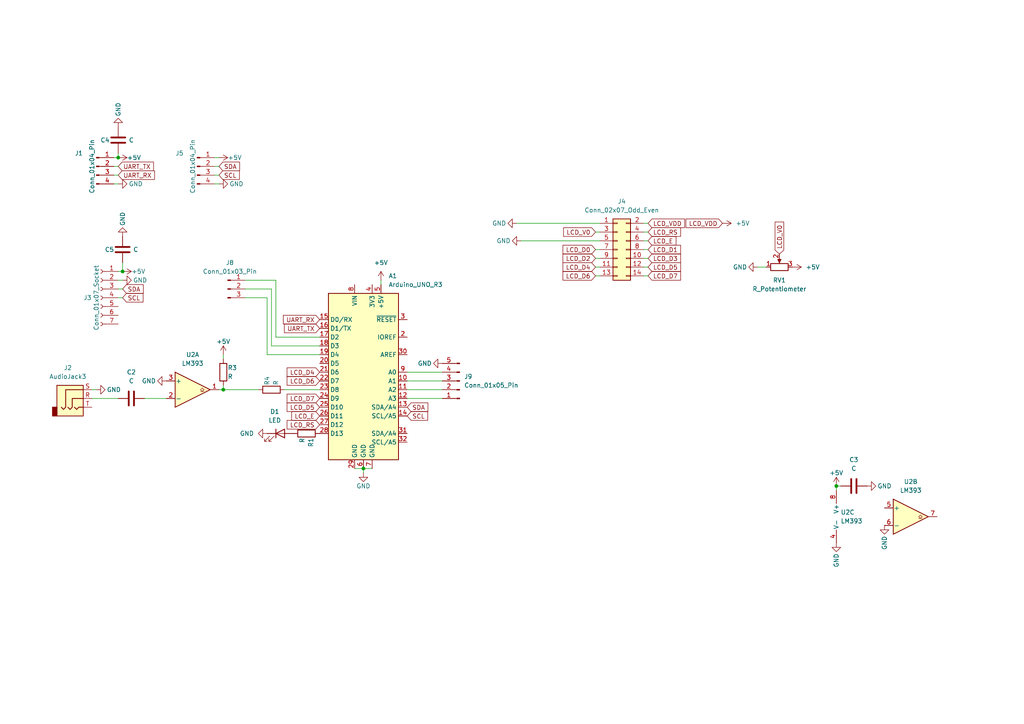
<source format=kicad_sch>
(kicad_sch (version 20230121) (generator eeschema)
  (paper "A4")
  (lib_symbols
    (symbol "Comparator:LM393" (pin_names (offset 0.127))
      (property "Reference" "U" (at 3.81 3.81 0))
      (property "Value" "LM393" (at 6.35 -3.81 0))
      (symbol "LM393_1_1"
        (polyline (pts (xy -5.08 5.08) (xy 5.08 0) (xy -5.08 -5.08) (xy -5.08 5.08)) (stroke (width 0.254)) (fill (type background)))
        (polyline (pts (xy 3.302 -0.508) (xy 2.794 -0.508) (xy 3.302 0) (xy 2.794 0.508) (xy 2.286 0) (xy 2.794 -0.508) (xy 2.286 -0.508)) (stroke (width 0.127)))
        (pin open_collector line (at 7.62 0 180) (length 2.54) (name "~") (number "1"))
        (pin input line (at -7.62 -2.54 0) (length 2.54) (name "-") (number "2"))
        (pin input line (at -7.62 2.54 0) (length 2.54) (name "+") (number "3"))
      )
      (symbol "LM393_2_1"
        (polyline (pts (xy -5.08 5.08) (xy 5.08 0) (xy -5.08 -5.08) (xy -5.08 5.08)) (stroke (width 0.254)) (fill (type background)))
        (polyline (pts (xy 3.302 -0.508) (xy 2.794 -0.508) (xy 3.302 0) (xy 2.794 0.508) (xy 2.286 0) (xy 2.794 -0.508) (xy 2.286 -0.508)) (stroke (width 0.127)))
        (pin input line (at -7.62 2.54 0) (length 2.54) (name "+") (number "5"))
        (pin input line (at -7.62 -2.54 0) (length 2.54) (name "-") (number "6"))
        (pin open_collector line (at 7.62 0 180) (length 2.54) (name "~") (number "7"))
      )
      (symbol "LM393_3_1"
        (pin power_in line (at -2.54 -7.62 90) (length 3.81) (name "V-") (number "4"))
        (pin power_in line (at -2.54 7.62 270) (length 3.81) (name "V+") (number "8"))
      )
    )
    (symbol "Connector:Conn_01x03_Pin" (pin_names (offset 1.016) hide)
      (property "Reference" "J" (at 0 5.08 0))
      (property "Value" "Conn_01x03_Pin" (at 0 -5.08 0))
      (symbol "Conn_01x03_Pin_1_1"
        (polyline (pts (xy 1.27 -2.54) (xy 0.8636 -2.54)) (stroke (width 0.1524)))
        (polyline (pts (xy 1.27 0) (xy 0.8636 0)) (stroke (width 0.1524)))
        (polyline (pts (xy 1.27 2.54) (xy 0.8636 2.54)) (stroke (width 0.1524)))
        (rectangle (start 0.8636 -2.413) (end 0 -2.667) (stroke (width 0.1524)) (fill (type outline)))
        (rectangle (start 0.8636 0.127) (end 0 -0.127) (stroke (width 0.1524)) (fill (type outline)))
        (rectangle (start 0.8636 2.667) (end 0 2.413) (stroke (width 0.1524)) (fill (type outline)))
        (pin passive line (at 5.08 2.54 180) (length 3.81) (name "Pin_1") (number "1"))
        (pin passive line (at 5.08 0 180) (length 3.81) (name "Pin_2") (number "2"))
        (pin passive line (at 5.08 -2.54 180) (length 3.81) (name "Pin_3") (number "3"))
      )
    )
    (symbol "Connector:Conn_01x04_Pin" (pin_names (offset 1.016) hide)
      (property "Reference" "J" (at 0 5.08 0))
      (property "Value" "Conn_01x04_Pin" (at 0 -7.62 0))
      (symbol "Conn_01x04_Pin_1_1"
        (polyline (pts (xy 1.27 -5.08) (xy 0.8636 -5.08)) (stroke (width 0.1524)))
        (polyline (pts (xy 1.27 -2.54) (xy 0.8636 -2.54)) (stroke (width 0.1524)))
        (polyline (pts (xy 1.27 0) (xy 0.8636 0)) (stroke (width 0.1524)))
        (polyline (pts (xy 1.27 2.54) (xy 0.8636 2.54)) (stroke (width 0.1524)))
        (rectangle (start 0.8636 -4.953) (end 0 -5.207) (stroke (width 0.1524)) (fill (type outline)))
        (rectangle (start 0.8636 -2.413) (end 0 -2.667) (stroke (width 0.1524)) (fill (type outline)))
        (rectangle (start 0.8636 0.127) (end 0 -0.127) (stroke (width 0.1524)) (fill (type outline)))
        (rectangle (start 0.8636 2.667) (end 0 2.413) (stroke (width 0.1524)) (fill (type outline)))
        (pin passive line (at 5.08 2.54 180) (length 3.81) (name "Pin_1") (number "1"))
        (pin passive line (at 5.08 0 180) (length 3.81) (name "Pin_2") (number "2"))
        (pin passive line (at 5.08 -2.54 180) (length 3.81) (name "Pin_3") (number "3"))
        (pin passive line (at 5.08 -5.08 180) (length 3.81) (name "Pin_4") (number "4"))
      )
    )
    (symbol "Connector:Conn_01x05_Pin" (pin_names (offset 1.016) hide)
      (property "Reference" "J" (at 0 7.62 0))
      (property "Value" "Conn_01x05_Pin" (at 0 -7.62 0))
      (symbol "Conn_01x05_Pin_1_1"
        (polyline (pts (xy 1.27 -5.08) (xy 0.8636 -5.08)) (stroke (width 0.1524)))
        (polyline (pts (xy 1.27 -2.54) (xy 0.8636 -2.54)) (stroke (width 0.1524)))
        (polyline (pts (xy 1.27 0) (xy 0.8636 0)) (stroke (width 0.1524)))
        (polyline (pts (xy 1.27 2.54) (xy 0.8636 2.54)) (stroke (width 0.1524)))
        (polyline (pts (xy 1.27 5.08) (xy 0.8636 5.08)) (stroke (width 0.1524)))
        (rectangle (start 0.8636 -4.953) (end 0 -5.207) (stroke (width 0.1524)) (fill (type outline)))
        (rectangle (start 0.8636 -2.413) (end 0 -2.667) (stroke (width 0.1524)) (fill (type outline)))
        (rectangle (start 0.8636 0.127) (end 0 -0.127) (stroke (width 0.1524)) (fill (type outline)))
        (rectangle (start 0.8636 2.667) (end 0 2.413) (stroke (width 0.1524)) (fill (type outline)))
        (rectangle (start 0.8636 5.207) (end 0 4.953) (stroke (width 0.1524)) (fill (type outline)))
        (pin passive line (at 5.08 5.08 180) (length 3.81) (name "Pin_1") (number "1"))
        (pin passive line (at 5.08 2.54 180) (length 3.81) (name "Pin_2") (number "2"))
        (pin passive line (at 5.08 0 180) (length 3.81) (name "Pin_3") (number "3"))
        (pin passive line (at 5.08 -2.54 180) (length 3.81) (name "Pin_4") (number "4"))
        (pin passive line (at 5.08 -5.08 180) (length 3.81) (name "Pin_5") (number "5"))
      )
    )
    (symbol "Connector:Conn_01x07_Socket" (pin_names (offset 1.016) hide)
      (property "Reference" "J" (at 0 10.16 0))
      (property "Value" "Conn_01x07_Socket" (at 0 -10.16 0))
      (symbol "Conn_01x07_Socket_1_1"
        (arc (start 0 -7.112) (mid -0.5058 -7.62) (end 0 -8.128) (stroke (width 0.1524)))
        (arc (start 0 -4.572) (mid -0.5058 -5.08) (end 0 -5.588) (stroke (width 0.1524)))
        (arc (start 0 -2.032) (mid -0.5058 -2.54) (end 0 -3.048) (stroke (width 0.1524)))
        (polyline (pts (xy -1.27 -7.62) (xy -0.508 -7.62)) (stroke (width 0.1524)))
        (polyline (pts (xy -1.27 -5.08) (xy -0.508 -5.08)) (stroke (width 0.1524)))
        (polyline (pts (xy -1.27 -2.54) (xy -0.508 -2.54)) (stroke (width 0.1524)))
        (polyline (pts (xy -1.27 0) (xy -0.508 0)) (stroke (width 0.1524)))
        (polyline (pts (xy -1.27 2.54) (xy -0.508 2.54)) (stroke (width 0.1524)))
        (polyline (pts (xy -1.27 5.08) (xy -0.508 5.08)) (stroke (width 0.1524)))
        (polyline (pts (xy -1.27 7.62) (xy -0.508 7.62)) (stroke (width 0.1524)))
        (arc (start 0 0.508) (mid -0.5058 0) (end 0 -0.508) (stroke (width 0.1524)))
        (arc (start 0 3.048) (mid -0.5058 2.54) (end 0 2.032) (stroke (width 0.1524)))
        (arc (start 0 5.588) (mid -0.5058 5.08) (end 0 4.572) (stroke (width 0.1524)))
        (arc (start 0 8.128) (mid -0.5058 7.62) (end 0 7.112) (stroke (width 0.1524)))
        (pin passive line (at -5.08 7.62 0) (length 3.81) (name "Pin_1") (number "1"))
        (pin passive line (at -5.08 5.08 0) (length 3.81) (name "Pin_2") (number "2"))
        (pin passive line (at -5.08 2.54 0) (length 3.81) (name "Pin_3") (number "3"))
        (pin passive line (at -5.08 0 0) (length 3.81) (name "Pin_4") (number "4"))
        (pin passive line (at -5.08 -2.54 0) (length 3.81) (name "Pin_5") (number "5"))
        (pin passive line (at -5.08 -5.08 0) (length 3.81) (name "Pin_6") (number "6"))
        (pin passive line (at -5.08 -7.62 0) (length 3.81) (name "Pin_7") (number "7"))
      )
    )
    (symbol "Connector_Audio:AudioJack3"
      (property "Reference" "J" (at 0 8.89 0))
      (property "Value" "AudioJack3" (at 0 6.35 0))
      (symbol "AudioJack3_0_1"
        (rectangle (start -5.08 -5.08) (end -6.35 -2.54) (stroke (width 0.254)) (fill (type outline)))
        (polyline (pts (xy 0 -2.54) (xy 0.635 -3.175) (xy 1.27 -2.54) (xy 2.54 -2.54)) (stroke (width 0.254)))
        (polyline (pts (xy -1.905 -2.54) (xy -1.27 -3.175) (xy -0.635 -2.54) (xy -0.635 0) (xy 2.54 0)) (stroke (width 0.254)))
        (polyline (pts (xy 2.54 2.54) (xy -2.54 2.54) (xy -2.54 -2.54) (xy -3.175 -3.175) (xy -3.81 -2.54)) (stroke (width 0.254)))
        (rectangle (start 2.54 3.81) (end -5.08 -5.08) (stroke (width 0.254)) (fill (type background)))
      )
      (symbol "AudioJack3_1_1"
        (pin passive line (at 5.08 0 180) (length 2.54) (name "~") (number "R"))
        (pin passive line (at 5.08 2.54 180) (length 2.54) (name "~") (number "S"))
        (pin passive line (at 5.08 -2.54 180) (length 2.54) (name "~") (number "T"))
      )
    )
    (symbol "Connector_Generic:Conn_02x07_Odd_Even" (pin_names (offset 1.016) hide)
      (property "Reference" "J" (at 1.27 10.16 0))
      (property "Value" "Conn_02x07_Odd_Even" (at 1.27 -10.16 0))
      (symbol "Conn_02x07_Odd_Even_1_1"
        (rectangle (start -1.27 -7.493) (end 0 -7.747) (stroke (width 0.1524)))
        (rectangle (start -1.27 -4.953) (end 0 -5.207) (stroke (width 0.1524)))
        (rectangle (start -1.27 -2.413) (end 0 -2.667) (stroke (width 0.1524)))
        (rectangle (start -1.27 0.127) (end 0 -0.127) (stroke (width 0.1524)))
        (rectangle (start -1.27 2.667) (end 0 2.413) (stroke (width 0.1524)))
        (rectangle (start -1.27 5.207) (end 0 4.953) (stroke (width 0.1524)))
        (rectangle (start -1.27 7.747) (end 0 7.493) (stroke (width 0.1524)))
        (rectangle (start -1.27 8.89) (end 3.81 -8.89) (stroke (width 0.254)) (fill (type background)))
        (rectangle (start 3.81 -7.493) (end 2.54 -7.747) (stroke (width 0.1524)))
        (rectangle (start 3.81 -4.953) (end 2.54 -5.207) (stroke (width 0.1524)))
        (rectangle (start 3.81 -2.413) (end 2.54 -2.667) (stroke (width 0.1524)))
        (rectangle (start 3.81 0.127) (end 2.54 -0.127) (stroke (width 0.1524)))
        (rectangle (start 3.81 2.667) (end 2.54 2.413) (stroke (width 0.1524)))
        (rectangle (start 3.81 5.207) (end 2.54 4.953) (stroke (width 0.1524)))
        (rectangle (start 3.81 7.747) (end 2.54 7.493) (stroke (width 0.1524)))
        (pin passive line (at -5.08 7.62 0) (length 3.81) (name "Pin_1") (number "1"))
        (pin passive line (at 7.62 -2.54 180) (length 3.81) (name "Pin_10") (number "10"))
        (pin passive line (at -5.08 -5.08 0) (length 3.81) (name "Pin_11") (number "11"))
        (pin passive line (at 7.62 -5.08 180) (length 3.81) (name "Pin_12") (number "12"))
        (pin passive line (at -5.08 -7.62 0) (length 3.81) (name "Pin_13") (number "13"))
        (pin passive line (at 7.62 -7.62 180) (length 3.81) (name "Pin_14") (number "14"))
        (pin passive line (at 7.62 7.62 180) (length 3.81) (name "Pin_2") (number "2"))
        (pin passive line (at -5.08 5.08 0) (length 3.81) (name "Pin_3") (number "3"))
        (pin passive line (at 7.62 5.08 180) (length 3.81) (name "Pin_4") (number "4"))
        (pin passive line (at -5.08 2.54 0) (length 3.81) (name "Pin_5") (number "5"))
        (pin passive line (at 7.62 2.54 180) (length 3.81) (name "Pin_6") (number "6"))
        (pin passive line (at -5.08 0 0) (length 3.81) (name "Pin_7") (number "7"))
        (pin passive line (at 7.62 0 180) (length 3.81) (name "Pin_8") (number "8"))
        (pin passive line (at -5.08 -2.54 0) (length 3.81) (name "Pin_9") (number "9"))
      )
    )
    (symbol "Device:C" (pin_numbers hide) (pin_names (offset 0.254))
      (property "Reference" "C" (at 0.635 2.54 0))
      (property "Value" "C" (at 0.635 -2.54 0))
      (symbol "C_0_1"
        (polyline (pts (xy -2.032 -0.762) (xy 2.032 -0.762)) (stroke (width 0.508)))
        (polyline (pts (xy -2.032 0.762) (xy 2.032 0.762)) (stroke (width 0.508)))
      )
      (symbol "C_1_1"
        (pin passive line (at 0 3.81 270) (length 2.794) (name "~") (number "1"))
        (pin passive line (at 0 -3.81 90) (length 2.794) (name "~") (number "2"))
      )
    )
    (symbol "Device:LED" (pin_numbers hide) (pin_names (offset 1.016) hide)
      (property "Reference" "D" (at 0 2.54 0))
      (property "Value" "LED" (at 0 -2.54 0))
      (symbol "LED_0_1"
        (polyline (pts (xy -1.27 -1.27) (xy -1.27 1.27)) (stroke (width 0.254)))
        (polyline (pts (xy -1.27 0) (xy 1.27 0)))
        (polyline (pts (xy 1.27 -1.27) (xy 1.27 1.27) (xy -1.27 0) (xy 1.27 -1.27)) (stroke (width 0.254)))
        (polyline (pts (xy -3.048 -0.762) (xy -4.572 -2.286) (xy -3.81 -2.286) (xy -4.572 -2.286) (xy -4.572 -1.524)))
        (polyline (pts (xy -1.778 -0.762) (xy -3.302 -2.286) (xy -2.54 -2.286) (xy -3.302 -2.286) (xy -3.302 -1.524)))
      )
      (symbol "LED_1_1"
        (pin passive line (at -3.81 0 0) (length 2.54) (name "K") (number "1"))
        (pin passive line (at 3.81 0 180) (length 2.54) (name "A") (number "2"))
      )
    )
    (symbol "Device:R" (pin_numbers hide) (pin_names (offset 0))
      (property "Reference" "R" (at 2.032 0 90))
      (property "Value" "R" (at 0 0 90))
      (symbol "R_0_1"
        (rectangle (start -1.016 -2.54) (end 1.016 2.54) (stroke (width 0.254)))
      )
      (symbol "R_1_1"
        (pin passive line (at 0 3.81 270) (length 1.27) (name "~") (number "1"))
        (pin passive line (at 0 -3.81 90) (length 1.27) (name "~") (number "2"))
      )
    )
    (symbol "Device:R_Potentiometer" (pin_names (offset 1.016) hide)
      (property "Reference" "RV" (at -4.445 0 90))
      (property "Value" "R_Potentiometer" (at -2.54 0 90))
      (symbol "R_Potentiometer_0_1"
        (polyline (pts (xy 2.54 0) (xy 1.524 0)))
        (polyline (pts (xy 1.143 0) (xy 2.286 0.508) (xy 2.286 -0.508) (xy 1.143 0)) (fill (type outline)))
        (rectangle (start 1.016 2.54) (end -1.016 -2.54) (stroke (width 0.254)))
      )
      (symbol "R_Potentiometer_1_1"
        (pin passive line (at 0 3.81 270) (length 1.27) (name "1") (number "1"))
        (pin passive line (at 3.81 0 180) (length 1.27) (name "2") (number "2"))
        (pin passive line (at 0 -3.81 90) (length 1.27) (name "3") (number "3"))
      )
    )
    (symbol "MCU_Module:Arduino_UNO_R3"
      (property "Reference" "A" (at -10.16 23.495 0))
      (property "Value" "Arduino_UNO_R3" (at 5.08 -26.67 0))
      (symbol "Arduino_UNO_R3_0_1"
        (rectangle (start -10.16 22.86) (end 10.16 -25.4) (stroke (width 0.254)) (fill (type background)))
      )
      (symbol "Arduino_UNO_R3_1_1"
        (pin no_connect line (at -10.16 -20.32 0) (length 2.54) hide (name "NC") (number "1"))
        (pin bidirectional line (at 12.7 -2.54 180) (length 2.54) (name "A1") (number "10"))
        (pin bidirectional line (at 12.7 -5.08 180) (length 2.54) (name "A2") (number "11"))
        (pin bidirectional line (at 12.7 -7.62 180) (length 2.54) (name "A3") (number "12"))
        (pin bidirectional line (at 12.7 -10.16 180) (length 2.54) (name "SDA/A4") (number "13"))
        (pin bidirectional line (at 12.7 -12.7 180) (length 2.54) (name "SCL/A5") (number "14"))
        (pin bidirectional line (at -12.7 15.24 0) (length 2.54) (name "D0/RX") (number "15"))
        (pin bidirectional line (at -12.7 12.7 0) (length 2.54) (name "D1/TX") (number "16"))
        (pin bidirectional line (at -12.7 10.16 0) (length 2.54) (name "D2") (number "17"))
        (pin bidirectional line (at -12.7 7.62 0) (length 2.54) (name "D3") (number "18"))
        (pin bidirectional line (at -12.7 5.08 0) (length 2.54) (name "D4") (number "19"))
        (pin output line (at 12.7 10.16 180) (length 2.54) (name "IOREF") (number "2"))
        (pin bidirectional line (at -12.7 2.54 0) (length 2.54) (name "D5") (number "20"))
        (pin bidirectional line (at -12.7 0 0) (length 2.54) (name "D6") (number "21"))
        (pin bidirectional line (at -12.7 -2.54 0) (length 2.54) (name "D7") (number "22"))
        (pin bidirectional line (at -12.7 -5.08 0) (length 2.54) (name "D8") (number "23"))
        (pin bidirectional line (at -12.7 -7.62 0) (length 2.54) (name "D9") (number "24"))
        (pin bidirectional line (at -12.7 -10.16 0) (length 2.54) (name "D10") (number "25"))
        (pin bidirectional line (at -12.7 -12.7 0) (length 2.54) (name "D11") (number "26"))
        (pin bidirectional line (at -12.7 -15.24 0) (length 2.54) (name "D12") (number "27"))
        (pin bidirectional line (at -12.7 -17.78 0) (length 2.54) (name "D13") (number "28"))
        (pin power_in line (at -2.54 -27.94 90) (length 2.54) (name "GND") (number "29"))
        (pin input line (at 12.7 15.24 180) (length 2.54) (name "~{RESET}") (number "3"))
        (pin input line (at 12.7 5.08 180) (length 2.54) (name "AREF") (number "30"))
        (pin bidirectional line (at 12.7 -17.78 180) (length 2.54) (name "SDA/A4") (number "31"))
        (pin bidirectional line (at 12.7 -20.32 180) (length 2.54) (name "SCL/A5") (number "32"))
        (pin power_out line (at 2.54 25.4 270) (length 2.54) (name "3V3") (number "4"))
        (pin power_out line (at 5.08 25.4 270) (length 2.54) (name "+5V") (number "5"))
        (pin power_in line (at 0 -27.94 90) (length 2.54) (name "GND") (number "6"))
        (pin power_in line (at 2.54 -27.94 90) (length 2.54) (name "GND") (number "7"))
        (pin power_in line (at -2.54 25.4 270) (length 2.54) (name "VIN") (number "8"))
        (pin bidirectional line (at 12.7 0 180) (length 2.54) (name "A0") (number "9"))
      )
    )
    (symbol "power:+5V" (power) (pin_names (offset 0))
      (property "Value" "+5V" (at 0 3.556 0))
      (symbol "+5V_0_1"
        (polyline (pts (xy -0.762 1.27) (xy 0 2.54)))
        (polyline (pts (xy 0 0) (xy 0 2.54)))
        (polyline (pts (xy 0 2.54) (xy 0.762 1.27)))
      )
      (symbol "+5V_1_1"
        (pin power_in line (at 0 0 90) (length 0) hide (name "+5V") (number "1"))
      )
    )
    (symbol "power:GND" (power) (pin_names (offset 0))
      (property "Value" "GND" (at 0 -3.81 0))
      (symbol "GND_0_1"
        (polyline (pts (xy 0 0) (xy 0 -1.27) (xy 1.27 -1.27) (xy 0 -2.54) (xy -1.27 -1.27) (xy 0 -1.27)))
      )
      (symbol "GND_1_1"
        (pin power_in line (at 0 0 270) (length 0) hide (name "GND") (number "1"))
      )
    )
  )
  (junction (at 242.57 140.97))
  (junction (at 105.41 135.89))
  (junction (at 35.56 78.74))
  (junction (at 34.29 45.72))
  (junction (at 64.77 113.03))
  (wire (pts (xy 33.02 50.8) (xy 34.29 50.8)))
  (wire (pts (xy 151.13 69.85) (xy 173.99 69.85)))
  (wire (pts (xy 78.74 83.82) (xy 78.74 100.33)))
  (wire (pts (xy 33.02 53.34) (xy 34.29 53.34)))
  (wire (pts (xy 118.11 110.49) (xy 128.27 110.49)))
  (wire (pts (xy 105.41 135.89) (xy 107.95 135.89)))
  (wire (pts (xy 71.12 83.82) (xy 78.74 83.82)))
  (wire (pts (xy 63.5 113.03) (xy 64.77 113.03)))
  (wire (pts (xy 34.29 78.74) (xy 35.56 78.74)))
  (wire (pts (xy 243.84 140.97) (xy 242.57 140.97)))
  (wire (pts (xy 187.96 64.77) (xy 186.69 64.77)))
  (wire (pts (xy 62.23 48.26) (xy 63.5 48.26)))
  (wire (pts (xy 33.02 48.26) (xy 34.29 48.26)))
  (wire (pts (xy 102.87 135.89) (xy 105.41 135.89)))
  (wire (pts (xy 187.96 74.93) (xy 186.69 74.93)))
  (wire (pts (xy 105.41 135.89) (xy 105.41 137.16)))
  (wire (pts (xy 35.56 76.2) (xy 35.56 78.74)))
  (wire (pts (xy 118.11 113.03) (xy 128.27 113.03)))
  (wire (pts (xy 82.55 113.03) (xy 92.71 113.03)))
  (wire (pts (xy 33.02 45.72) (xy 34.29 45.72)))
  (wire (pts (xy 64.77 113.03) (xy 74.93 113.03)))
  (wire (pts (xy 34.29 81.28) (xy 35.56 81.28)))
  (wire (pts (xy 80.01 97.79) (xy 80.01 81.28)))
  (wire (pts (xy 187.96 80.01) (xy 186.69 80.01)))
  (wire (pts (xy 173.99 77.47) (xy 172.72 77.47)))
  (wire (pts (xy 118.11 107.95) (xy 128.27 107.95)))
  (wire (pts (xy 173.99 74.93) (xy 172.72 74.93)))
  (wire (pts (xy 27.94 113.03) (xy 26.67 113.03)))
  (wire (pts (xy 77.47 102.87) (xy 77.47 86.36)))
  (wire (pts (xy 34.29 44.45) (xy 34.29 45.72)))
  (wire (pts (xy 242.57 140.97) (xy 242.57 142.24)))
  (wire (pts (xy 187.96 67.31) (xy 186.69 67.31)))
  (wire (pts (xy 187.96 69.85) (xy 186.69 69.85)))
  (wire (pts (xy 173.99 80.01) (xy 172.72 80.01)))
  (wire (pts (xy 92.71 97.79) (xy 80.01 97.79)))
  (wire (pts (xy 78.74 100.33) (xy 92.71 100.33)))
  (wire (pts (xy 187.96 77.47) (xy 186.69 77.47)))
  (wire (pts (xy 35.56 86.36) (xy 34.29 86.36)))
  (wire (pts (xy 173.99 67.31) (xy 172.72 67.31)))
  (wire (pts (xy 62.23 50.8) (xy 63.5 50.8)))
  (wire (pts (xy 77.47 86.36) (xy 71.12 86.36)))
  (wire (pts (xy 187.96 72.39) (xy 186.69 72.39)))
  (wire (pts (xy 118.11 115.57) (xy 128.27 115.57)))
  (wire (pts (xy 92.71 102.87) (xy 77.47 102.87)))
  (wire (pts (xy 62.23 53.34) (xy 63.5 53.34)))
  (wire (pts (xy 64.77 113.03) (xy 64.77 111.76)))
  (wire (pts (xy 222.25 77.47) (xy 219.71 77.47)))
  (wire (pts (xy 149.86 64.77) (xy 173.99 64.77)))
  (wire (pts (xy 62.23 45.72) (xy 63.5 45.72)))
  (wire (pts (xy 64.77 102.87) (xy 64.77 104.14)))
  (wire (pts (xy 173.99 72.39) (xy 172.72 72.39)))
  (wire (pts (xy 41.91 115.57) (xy 48.26 115.57)))
  (wire (pts (xy 110.49 81.28) (xy 110.49 82.55)))
  (wire (pts (xy 26.67 115.57) (xy 34.29 115.57)))
  (wire (pts (xy 80.01 81.28) (xy 71.12 81.28)))
  (wire (pts (xy 35.56 83.82) (xy 34.29 83.82)))
  (global_label "LCD_V0" (shape input) (at 226.06 73.66 90) (property "Intersheetrefs" "${INTERSHEET_REFS}" (effects hide)))
  (global_label "LCD_E" (shape input) (at 92.71 120.65 180) (property "Intersheetrefs" "${INTERSHEET_REFS}" (effects hide)))
  (global_label "UART_RX" (shape input) (at 92.71 92.71 180) (property "Intersheetrefs" "${INTERSHEET_REFS}" (effects hide)))
  (global_label "LCD_VDD" (shape input) (at 209.55 64.77 180) (property "Intersheetrefs" "${INTERSHEET_REFS}" (effects hide)))
  (global_label "SCL" (shape input) (at 35.56 86.36 0) (property "Intersheetrefs" "${INTERSHEET_REFS}" (effects hide)))
  (global_label "LCD_VDD" (shape input) (at 187.96 64.77 0) (property "Intersheetrefs" "${INTERSHEET_REFS}" (effects hide)))
  (global_label "LCD_RS" (shape input) (at 187.96 67.31 0) (property "Intersheetrefs" "${INTERSHEET_REFS}" (effects hide)))
  (global_label "SDA" (shape input) (at 63.5 48.26 0) (property "Intersheetrefs" "${INTERSHEET_REFS}" (effects hide)))
  (global_label "LCD_D5" (shape input) (at 92.71 118.11 180) (property "Intersheetrefs" "${INTERSHEET_REFS}" (effects hide)))
  (global_label "LCD_D3" (shape input) (at 187.96 74.93 0) (property "Intersheetrefs" "${INTERSHEET_REFS}" (effects hide)))
  (global_label "LCD_D7" (shape input) (at 92.71 115.57 180) (property "Intersheetrefs" "${INTERSHEET_REFS}" (effects hide)))
  (global_label "LCD_V0" (shape input) (at 172.72 67.31 180) (property "Intersheetrefs" "${INTERSHEET_REFS}" (effects hide)))
  (global_label "UART_TX" (shape input) (at 92.71 95.25 180) (property "Intersheetrefs" "${INTERSHEET_REFS}" (effects hide)))
  (global_label "LCD_D4" (shape input) (at 92.71 107.95 180) (property "Intersheetrefs" "${INTERSHEET_REFS}" (effects hide)))
  (global_label "SCL" (shape input) (at 63.5 50.8 0) (property "Intersheetrefs" "${INTERSHEET_REFS}" (effects hide)))
  (global_label "LCD_RS" (shape input) (at 92.71 123.19 180) (property "Intersheetrefs" "${INTERSHEET_REFS}" (effects hide)))
  (global_label "UART_TX" (shape input) (at 34.29 48.26 0) (property "Intersheetrefs" "${INTERSHEET_REFS}" (effects hide)))
  (global_label "LCD_D0" (shape input) (at 172.72 72.39 180) (property "Intersheetrefs" "${INTERSHEET_REFS}" (effects hide)))
  (global_label "LCD_D6" (shape input) (at 92.71 110.49 180) (property "Intersheetrefs" "${INTERSHEET_REFS}" (effects hide)))
  (global_label "LCD_D2" (shape input) (at 172.72 74.93 180) (property "Intersheetrefs" "${INTERSHEET_REFS}" (effects hide)))
  (global_label "SDA" (shape input) (at 118.11 118.11 0) (property "Intersheetrefs" "${INTERSHEET_REFS}" (effects hide)))
  (global_label "LCD_D6" (shape input) (at 172.72 80.01 180) (property "Intersheetrefs" "${INTERSHEET_REFS}" (effects hide)))
  (global_label "LCD_E" (shape input) (at 187.96 69.85 0) (property "Intersheetrefs" "${INTERSHEET_REFS}" (effects hide)))
  (global_label "LCD_D7" (shape input) (at 187.96 80.01 0) (property "Intersheetrefs" "${INTERSHEET_REFS}" (effects hide)))
  (global_label "LCD_D1" (shape input) (at 187.96 72.39 0) (property "Intersheetrefs" "${INTERSHEET_REFS}" (effects hide)))
  (global_label "SDA" (shape input) (at 35.56 83.82 0) (property "Intersheetrefs" "${INTERSHEET_REFS}" (effects hide)))
  (global_label "UART_RX" (shape input) (at 34.29 50.8 0) (property "Intersheetrefs" "${INTERSHEET_REFS}" (effects hide)))
  (global_label "LCD_D4" (shape input) (at 172.72 77.47 180) (property "Intersheetrefs" "${INTERSHEET_REFS}" (effects hide)))
  (global_label "LCD_D5" (shape input) (at 187.96 77.47 0) (property "Intersheetrefs" "${INTERSHEET_REFS}" (effects hide)))
  (global_label "SCL" (shape input) (at 118.11 120.65 0) (property "Intersheetrefs" "${INTERSHEET_REFS}" (effects hide)))
  (symbol (lib_id "power:GND") (at 151.13 69.85 270) (unit 1)
    (property "Reference" "#PWR011" (effects hide))
    (property "Value" "GND" (at 146.05 69.85 90))
  )
  (symbol (lib_id "power:GND") (at 256.54 152.4 0) (unit 1)
    (property "Reference" "#PWR018" (effects hide))
    (property "Value" "GND" (at 256.54 157.48 90))
  )
  (symbol (lib_id "MCU_Module:Arduino_UNO_R3") (at 105.41 107.95 0) (unit 1)
    (property "Reference" "A1" (at 112.6841 80.01 0) (effects (justify left)))
    (property "Value" "Arduino_UNO_R3" (at 112.6841 82.55 0) (effects (justify left)))
    (property "Footprint" "OK1NYA:Arduino_UNO" (effects hide))
    (property "Datasheet" "https://www.arduino.cc/en/Main/arduinoBoardUno" (effects hide))
  )
  (symbol (lib_id "power:+5V") (at 64.77 102.87 0) (unit 1)
    (property "Reference" "#PWR015" (effects hide))
    (property "Value" "+5V" (at 64.77 99.06 0))
  )
  (symbol (lib_id "Comparator:LM393") (at 264.16 149.86 0) (unit 2)
    (property "Reference" "U2" (at 264.16 139.7 0))
    (property "Value" "LM393" (at 264.16 142.24 0))
    (property "Footprint" "Package_DIP:DIP-8_W10.16mm_LongPads" (effects hide))
    (property "Datasheet" "http://www.ti.com/lit/ds/symlink/lm393.pdf" (effects hide))
  )
  (symbol (lib_id "power:+5V") (at 34.29 45.72 270) (unit 1)
    (property "Reference" "#PWR03" (effects hide))
    (property "Value" "+5V" (at 36.83 45.72 90) (effects (justify left)))
  )
  (symbol (lib_id "power:GND") (at 219.71 77.47 270) (unit 1)
    (property "Reference" "#PWR09" (effects hide))
    (property "Value" "GND" (at 214.63 77.47 90))
  )
  (symbol (lib_id "Device:R") (at 64.77 107.95 0) (unit 1)
    (property "Reference" "R3" (at 66.04 106.68 0) (effects (justify left)))
    (property "Value" "R" (at 66.04 109.22 0) (effects (justify left)))
    (property "Footprint" "Resistor_THT:R_Axial_DIN0207_L6.3mm_D2.5mm_P7.62mm_Horizontal" (effects hide))
  )
  (symbol (lib_id "Connector:Conn_01x07_Socket") (at 29.21 86.36 0) (mirror y) (unit 1)
    (property "Reference" "J3" (at 25.4 86.36 0))
    (property "Value" "Conn_01x07_Socket" (at 27.94 86.36 90))
    (property "Footprint" "OK1NYA:si5351a_Module" (effects hide))
  )
  (symbol (lib_id "Device:R") (at 88.9 125.73 270) (unit 1)
    (property "Reference" "R1" (at 90.17 127 0) (effects (justify left)))
    (property "Value" "R" (at 87.63 127 0) (effects (justify left)))
    (property "Footprint" "Resistor_THT:R_Axial_DIN0207_L6.3mm_D2.5mm_P7.62mm_Horizontal" (effects hide))
  )
  (symbol (lib_id "Device:R_Potentiometer") (at 226.06 77.47 90) (unit 1)
    (property "Reference" "RV1" (at 226.06 81.28 90))
    (property "Value" "R_Potentiometer" (at 226.06 83.82 90))
    (property "Footprint" "Potentiometer_THT:Potentiometer_Piher_PT-6-V_Vertical" (effects hide))
  )
  (symbol (lib_id "power:GND") (at 27.94 113.03 90) (unit 1)
    (property "Reference" "#PWR05" (effects hide))
    (property "Value" "GND" (at 33.02 113.03 90))
  )
  (symbol (lib_id "Comparator:LM393") (at 245.11 149.86 0) (unit 3)
    (property "Reference" "U2" (at 243.84 148.59 0) (effects (justify left)))
    (property "Value" "LM393" (at 243.84 151.13 0) (effects (justify left)))
    (property "Footprint" "Package_DIP:DIP-8_W10.16mm_LongPads" (effects hide))
    (property "Datasheet" "http://www.ti.com/lit/ds/symlink/lm393.pdf" (effects hide))
  )
  (symbol (lib_id "power:GND") (at 35.56 68.58 180) (unit 1)
    (property "Reference" "#PWR021" (effects hide))
    (property "Value" "GND" (at 35.56 63.5 90))
  )
  (symbol (lib_id "power:GND") (at 63.5 53.34 90) (unit 1)
    (property "Reference" "#PWR024" (effects hide))
    (property "Value" "GND" (at 68.58 53.34 90))
  )
  (symbol (lib_id "power:+5V") (at 229.87 77.47 270) (unit 1)
    (property "Reference" "#PWR010" (effects hide))
    (property "Value" "+5V" (at 233.68 77.47 90) (effects (justify left)))
  )
  (symbol (lib_id "power:GND") (at 77.47 125.73 270) (unit 1)
    (property "Reference" "#PWR06" (effects hide))
    (property "Value" "GND" (at 73.66 125.73 90) (effects (justify right)))
  )
  (symbol (lib_id "Connector:Conn_01x04_Pin") (at 27.94 48.26 0) (unit 1)
    (property "Reference" "J1" (at 22.86 44.45 0))
    (property "Value" "Conn_01x04_Pin" (at 26.67 48.26 90))
    (property "Footprint" "Connector_PinHeader_2.54mm:PinHeader_1x04_P2.54mm_Vertical" (effects hide))
  )
  (symbol (lib_id "Connector_Audio:AudioJack3") (at 21.59 115.57 0) (unit 1)
    (property "Reference" "J2" (at 19.685 106.68 0))
    (property "Value" "AudioJack3" (at 19.685 109.22 0))
    (property "Footprint" "Connector_Audio:Jack_3.5mm_Lumberg_1503_07_Horizontal" (effects hide))
  )
  (symbol (lib_id "Connector:Conn_01x03_Pin") (at 66.04 83.82 0) (unit 1)
    (property "Reference" "J8" (at 66.675 76.2 0))
    (property "Value" "Conn_01x03_Pin" (at 66.675 78.74 0))
    (property "Footprint" "Connector_PinHeader_2.54mm:PinHeader_1x03_P2.54mm_Vertical" (effects hide))
  )
  (symbol (lib_id "power:GND") (at 149.86 64.77 270) (unit 1)
    (property "Reference" "#PWR08" (effects hide))
    (property "Value" "GND" (at 144.78 64.77 90))
  )
  (symbol (lib_id "power:GND") (at 34.29 53.34 90) (unit 1)
    (property "Reference" "#PWR04" (effects hide))
    (property "Value" "GND" (at 39.37 53.34 90))
  )
  (symbol (lib_id "power:GND") (at 35.56 81.28 90) (unit 1)
    (property "Reference" "#PWR013" (effects hide))
    (property "Value" "GND" (at 40.64 81.28 90))
  )
  (symbol (lib_id "Device:R") (at 78.74 113.03 90) (unit 1)
    (property "Reference" "R4" (at 77.47 111.76 0) (effects (justify left)))
    (property "Value" "R" (at 80.01 111.76 0) (effects (justify left)))
    (property "Footprint" "Resistor_THT:R_Axial_DIN0207_L6.3mm_D2.5mm_P7.62mm_Horizontal" (effects hide))
  )
  (symbol (lib_id "Device:C") (at 38.1 115.57 90) (unit 1)
    (property "Reference" "C2" (at 38.1 107.95 90))
    (property "Value" "C" (at 38.1 110.49 90))
    (property "Footprint" "Capacitor_THT:C_Disc_D7.5mm_W2.5mm_P5.00mm" (effects hide))
  )
  (symbol (lib_id "power:+5V") (at 35.56 78.74 270) (unit 1)
    (property "Reference" "#PWR012" (effects hide))
    (property "Value" "+5V" (at 38.1 78.74 90) (effects (justify left)))
  )
  (symbol (lib_id "Device:C") (at 34.29 40.64 180) (unit 1)
    (property "Reference" "C4" (at 30.48 40.64 0))
    (property "Value" "C" (at 38.1 40.64 0))
    (property "Footprint" "Capacitor_THT:C_Disc_D7.5mm_W2.5mm_P5.00mm" (effects hide))
  )
  (symbol (lib_id "power:+5V") (at 63.5 45.72 270) (unit 1)
    (property "Reference" "#PWR023" (effects hide))
    (property "Value" "+5V" (at 66.04 45.72 90) (effects (justify left)))
  )
  (symbol (lib_id "Device:LED") (at 81.28 125.73 0) (unit 1)
    (property "Reference" "D1" (at 79.6925 119.38 0))
    (property "Value" "LED" (at 79.6925 121.92 0))
    (property "Footprint" "LED_THT:LED_D3.0mm_Clear" (effects hide))
  )
  (symbol (lib_id "Connector_Generic:Conn_02x07_Odd_Even") (at 179.07 72.39 0) (unit 1)
    (property "Reference" "J4" (at 180.34 58.42 0))
    (property "Value" "Conn_02x07_Odd_Even" (at 180.34 60.96 0))
    (property "Footprint" "Connector_PinHeader_2.54mm:PinHeader_2x07_P2.54mm_Vertical" (effects hide))
  )
  (symbol (lib_id "power:GND") (at 34.29 36.83 180) (unit 1)
    (property "Reference" "#PWR020" (effects hide))
    (property "Value" "GND" (at 34.29 31.75 90))
  )
  (symbol (lib_id "power:GND") (at 251.46 140.97 90) (unit 1)
    (property "Reference" "#PWR014" (effects hide))
    (property "Value" "GND" (at 256.54 140.97 90))
  )
  (symbol (lib_id "power:GND") (at 48.26 110.49 270) (unit 1)
    (property "Reference" "#PWR019" (effects hide))
    (property "Value" "GND" (at 43.18 110.49 90))
  )
  (symbol (lib_id "Connector:Conn_01x05_Pin") (at 133.35 110.49 180) (unit 1)
    (property "Reference" "J9" (at 134.62 109.22 0) (effects (justify right)))
    (property "Value" "Conn_01x05_Pin" (at 134.62 111.76 0) (effects (justify right)))
    (property "Footprint" "Connector_PinHeader_2.54mm:PinHeader_1x05_P2.54mm_Vertical" (effects hide))
  )
  (symbol (lib_id "Connector:Conn_01x04_Pin") (at 57.15 48.26 0) (unit 1)
    (property "Reference" "J5" (at 52.07 44.45 0))
    (property "Value" "Conn_01x04_Pin" (at 55.88 48.26 90))
    (property "Footprint" "Connector_PinHeader_2.54mm:PinHeader_1x04_P2.54mm_Vertical" (effects hide))
  )
  (symbol (lib_id "Device:C") (at 247.65 140.97 90) (unit 1)
    (property "Reference" "C3" (at 247.65 133.35 90))
    (property "Value" "C" (at 247.65 135.89 90))
    (property "Footprint" "Capacitor_THT:C_Disc_D7.5mm_W2.5mm_P5.00mm" (effects hide))
  )
  (symbol (lib_id "Comparator:LM393") (at 55.88 113.03 0) (unit 1)
    (property "Reference" "U2" (at 55.88 102.87 0))
    (property "Value" "LM393" (at 55.88 105.41 0))
    (property "Footprint" "Package_DIP:DIP-8_W10.16mm_LongPads" (effects hide))
    (property "Datasheet" "http://www.ti.com/lit/ds/symlink/lm393.pdf" (effects hide))
  )
  (symbol (lib_id "power:+5V") (at 242.57 140.97 0) (unit 1)
    (property "Reference" "#PWR016" (effects hide))
    (property "Value" "+5V" (at 242.57 137.16 0))
  )
  (symbol (lib_id "power:+5V") (at 110.49 81.28 0) (unit 1)
    (property "Reference" "#PWR02" (effects hide))
    (property "Value" "+5V" (at 110.49 76.2 0))
  )
  (symbol (lib_id "power:GND") (at 242.57 157.48 0) (unit 1)
    (property "Reference" "#PWR017" (effects hide))
    (property "Value" "GND" (at 242.57 162.56 90))
  )
  (symbol (lib_id "power:GND") (at 105.41 137.16 0) (unit 1)
    (property "Reference" "#PWR01" (effects hide))
    (property "Value" "GND" (at 105.41 140.97 0))
  )
  (symbol (lib_id "Device:C") (at 35.56 72.39 180) (unit 1)
    (property "Reference" "C5" (at 31.75 72.39 0))
    (property "Value" "C" (at 39.37 72.39 0))
    (property "Footprint" "Capacitor_THT:C_Disc_D7.5mm_W2.5mm_P5.00mm" (effects hide))
  )
  (symbol (lib_id "power:GND") (at 128.27 105.41 270) (unit 1)
    (property "Reference" "#PWR022" (effects hide))
    (property "Value" "GND" (at 123.19 105.41 90))
  )
  (symbol (lib_id "power:+5V") (at 209.55 64.77 270) (unit 1)
    (property "Reference" "#PWR07" (effects hide))
    (property "Value" "+5V" (at 213.36 64.77 90) (effects (justify left)))
  )
)
</source>
